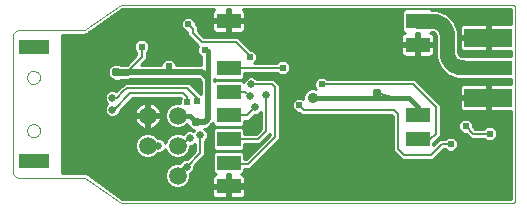
<source format=gbl>
G75*
%MOIN*%
%OFA0B0*%
%FSLAX24Y24*%
%IPPOS*%
%LPD*%
%AMOC8*
5,1,8,0,0,1.08239X$1,22.5*
%
%ADD10C,0.0000*%
%ADD11R,0.1600X0.0600*%
%ADD12R,0.1600X0.0500*%
%ADD13R,0.1000X0.0500*%
%ADD14R,0.0787X0.0512*%
%ADD15C,0.0591*%
%ADD16C,0.0100*%
%ADD17C,0.0250*%
%ADD18C,0.0240*%
%ADD19C,0.0240*%
%ADD20C,0.0080*%
%ADD21C,0.0488*%
%ADD22C,0.0160*%
%ADD23C,0.0356*%
%ADD24C,0.0310*%
%ADD25C,0.0200*%
D10*
X006315Y002474D02*
X006315Y006900D01*
X006317Y006930D01*
X006322Y006960D01*
X006331Y006989D01*
X006344Y007016D01*
X006359Y007042D01*
X006378Y007066D01*
X006399Y007087D01*
X006423Y007106D01*
X006449Y007121D01*
X006476Y007134D01*
X006505Y007143D01*
X006535Y007148D01*
X006565Y007150D01*
X008636Y007150D01*
X008779Y007195D02*
X009915Y007988D01*
X022963Y007988D01*
X022980Y007986D01*
X022997Y007982D01*
X023013Y007975D01*
X023027Y007965D01*
X023040Y007952D01*
X023050Y007938D01*
X023057Y007922D01*
X023061Y007905D01*
X023063Y007888D01*
X023063Y001486D01*
X023061Y001469D01*
X023057Y001452D01*
X023050Y001436D01*
X023040Y001422D01*
X023027Y001409D01*
X023013Y001399D01*
X022997Y001392D01*
X022980Y001388D01*
X022963Y001386D01*
X009915Y001386D01*
X008740Y002224D01*
X006565Y002224D01*
X006535Y002226D01*
X006505Y002231D01*
X006476Y002240D01*
X006449Y002253D01*
X006423Y002268D01*
X006399Y002287D01*
X006378Y002308D01*
X006359Y002332D01*
X006344Y002358D01*
X006331Y002385D01*
X006322Y002414D01*
X006317Y002444D01*
X006315Y002474D01*
X006798Y003801D02*
X006800Y003830D01*
X006806Y003858D01*
X006815Y003886D01*
X006828Y003912D01*
X006845Y003935D01*
X006864Y003957D01*
X006886Y003976D01*
X006911Y003991D01*
X006937Y004004D01*
X006965Y004012D01*
X006993Y004017D01*
X007022Y004018D01*
X007051Y004015D01*
X007079Y004008D01*
X007106Y003998D01*
X007132Y003984D01*
X007155Y003967D01*
X007176Y003947D01*
X007194Y003924D01*
X007209Y003899D01*
X007220Y003872D01*
X007228Y003844D01*
X007232Y003815D01*
X007232Y003787D01*
X007228Y003758D01*
X007220Y003730D01*
X007209Y003703D01*
X007194Y003678D01*
X007176Y003655D01*
X007155Y003635D01*
X007132Y003618D01*
X007106Y003604D01*
X007079Y003594D01*
X007051Y003587D01*
X007022Y003584D01*
X006993Y003585D01*
X006965Y003590D01*
X006937Y003598D01*
X006911Y003611D01*
X006886Y003626D01*
X006864Y003645D01*
X006845Y003667D01*
X006828Y003690D01*
X006815Y003716D01*
X006806Y003744D01*
X006800Y003772D01*
X006798Y003801D01*
X006798Y005573D02*
X006800Y005602D01*
X006806Y005630D01*
X006815Y005658D01*
X006828Y005684D01*
X006845Y005707D01*
X006864Y005729D01*
X006886Y005748D01*
X006911Y005763D01*
X006937Y005776D01*
X006965Y005784D01*
X006993Y005789D01*
X007022Y005790D01*
X007051Y005787D01*
X007079Y005780D01*
X007106Y005770D01*
X007132Y005756D01*
X007155Y005739D01*
X007176Y005719D01*
X007194Y005696D01*
X007209Y005671D01*
X007220Y005644D01*
X007228Y005616D01*
X007232Y005587D01*
X007232Y005559D01*
X007228Y005530D01*
X007220Y005502D01*
X007209Y005475D01*
X007194Y005450D01*
X007176Y005427D01*
X007155Y005407D01*
X007132Y005390D01*
X007106Y005376D01*
X007079Y005366D01*
X007051Y005359D01*
X007022Y005356D01*
X006993Y005357D01*
X006965Y005362D01*
X006937Y005370D01*
X006911Y005383D01*
X006886Y005398D01*
X006864Y005417D01*
X006845Y005439D01*
X006828Y005462D01*
X006815Y005488D01*
X006806Y005516D01*
X006800Y005544D01*
X006798Y005573D01*
X008636Y007150D02*
X008666Y007152D01*
X008696Y007157D01*
X008725Y007167D01*
X008753Y007179D01*
X008779Y007195D01*
D11*
X022165Y006900D03*
X022165Y004900D03*
D12*
X022165Y005900D03*
D13*
X007015Y006596D03*
X007015Y002778D03*
D14*
X013515Y002731D03*
X013515Y001944D03*
X013515Y003519D03*
X013515Y004306D03*
X013515Y005094D03*
X013515Y005881D03*
X013515Y007456D03*
X019814Y007456D03*
X019814Y006669D03*
X019814Y004306D03*
X019814Y003519D03*
D15*
X011815Y003300D03*
X010815Y003300D03*
X011815Y002300D03*
X011815Y004300D03*
X010815Y004300D03*
D16*
X010865Y004255D02*
X011389Y004255D01*
X011389Y004215D02*
X011454Y004059D01*
X011574Y003939D01*
X011730Y003875D01*
X011899Y003875D01*
X012056Y003939D01*
X012138Y004022D01*
X012173Y003939D01*
X012253Y003858D01*
X012358Y003815D01*
X012369Y003815D01*
X012349Y003794D01*
X012340Y003774D01*
X012265Y003805D01*
X012164Y003805D01*
X012070Y003766D01*
X011999Y003694D01*
X011995Y003686D01*
X011899Y003725D01*
X011730Y003725D01*
X011574Y003661D01*
X011454Y003541D01*
X011398Y003404D01*
X011381Y003444D01*
X011309Y003516D01*
X011215Y003555D01*
X011161Y003555D01*
X011056Y003661D01*
X010899Y003725D01*
X010730Y003725D01*
X010574Y003661D01*
X010454Y003541D01*
X010389Y003385D01*
X010389Y003215D01*
X010454Y003059D01*
X010574Y002939D01*
X010730Y002875D01*
X010899Y002875D01*
X011056Y002939D01*
X011161Y003045D01*
X011215Y003045D01*
X011309Y003084D01*
X011381Y003156D01*
X011398Y003196D01*
X011454Y003059D01*
X011574Y002939D01*
X011730Y002875D01*
X011899Y002875D01*
X012056Y002939D01*
X012175Y003059D01*
X012240Y003215D01*
X012240Y003295D01*
X012265Y003295D01*
X012359Y003334D01*
X012395Y003369D01*
X012395Y003120D01*
X012129Y002855D01*
X012064Y002855D01*
X011970Y002816D01*
X011899Y002744D01*
X011891Y002725D01*
X011730Y002725D01*
X011574Y002661D01*
X011454Y002541D01*
X011389Y002385D01*
X011389Y002215D01*
X011454Y002059D01*
X011574Y001939D01*
X011730Y001875D01*
X011899Y001875D01*
X012056Y001939D01*
X012175Y002059D01*
X012240Y002215D01*
X012240Y002376D01*
X012259Y002384D01*
X012331Y002456D01*
X012370Y002549D01*
X012370Y002615D01*
X012735Y002980D01*
X012735Y003459D01*
X012781Y003506D01*
X012820Y003599D01*
X012820Y003701D01*
X012781Y003794D01*
X012709Y003866D01*
X012700Y003870D01*
X012810Y003870D01*
X012945Y004005D01*
X012991Y004051D01*
X012991Y003997D01*
X013068Y003920D01*
X013963Y003920D01*
X014039Y003997D01*
X014039Y004136D01*
X014191Y004136D01*
X014235Y004180D01*
X014380Y004325D01*
X014445Y004325D01*
X014539Y004364D01*
X014595Y004419D01*
X014595Y003870D01*
X014413Y003689D01*
X014039Y003689D01*
X014039Y003829D01*
X013963Y003905D01*
X013068Y003905D01*
X012991Y003829D01*
X012991Y003209D01*
X013068Y003133D01*
X013963Y003133D01*
X014039Y003209D01*
X014039Y003349D01*
X014554Y003349D01*
X014835Y003630D01*
X014895Y003690D01*
X014895Y003670D01*
X014094Y002870D01*
X014039Y002870D01*
X014039Y003041D01*
X013963Y003117D01*
X013068Y003117D01*
X012991Y003041D01*
X012991Y002422D01*
X013068Y002346D01*
X013085Y002346D01*
X013064Y002340D01*
X013029Y002320D01*
X013001Y002292D01*
X012982Y002258D01*
X012971Y002220D01*
X012971Y001994D01*
X013465Y001994D01*
X013465Y001894D01*
X012971Y001894D01*
X012971Y001668D01*
X012982Y001630D01*
X013001Y001596D01*
X013029Y001568D01*
X013064Y001548D01*
X013102Y001538D01*
X013465Y001538D01*
X013465Y001894D01*
X013565Y001894D01*
X013565Y001538D01*
X013929Y001538D01*
X013967Y001548D01*
X014001Y001568D01*
X014029Y001596D01*
X014049Y001630D01*
X014059Y001668D01*
X014059Y001894D01*
X013565Y001894D01*
X013565Y001994D01*
X013565Y002346D01*
X013465Y002346D01*
X013465Y001994D01*
X013565Y001994D01*
X014059Y001994D01*
X014059Y002220D01*
X014049Y002258D01*
X014029Y002292D01*
X014001Y002320D01*
X013967Y002340D01*
X013945Y002346D01*
X013963Y002346D01*
X014039Y002422D01*
X014039Y002530D01*
X014235Y002530D01*
X014335Y002630D01*
X015135Y003430D01*
X015235Y003530D01*
X015235Y005320D01*
X015035Y005520D01*
X014455Y005520D01*
X014409Y005566D01*
X014315Y005605D01*
X014214Y005605D01*
X014120Y005566D01*
X014049Y005494D01*
X014019Y005423D01*
X013963Y005480D01*
X013068Y005480D01*
X013045Y005457D01*
X013045Y005518D01*
X013068Y005495D01*
X013963Y005495D01*
X014039Y005571D01*
X014039Y005711D01*
X015150Y005711D01*
X015173Y005688D01*
X015265Y005650D01*
X015364Y005650D01*
X015456Y005688D01*
X015527Y005758D01*
X015565Y005850D01*
X015565Y005950D01*
X015527Y006042D01*
X015456Y006112D01*
X015364Y006150D01*
X015265Y006150D01*
X015173Y006112D01*
X015112Y006051D01*
X014369Y006051D01*
X014427Y006108D01*
X014465Y006200D01*
X014465Y006300D01*
X014427Y006392D01*
X014356Y006462D01*
X014264Y006500D01*
X014255Y006500D01*
X013935Y006820D01*
X013835Y006920D01*
X012685Y006920D01*
X012485Y007120D01*
X012485Y007270D01*
X012415Y007340D01*
X012415Y007400D01*
X012377Y007492D01*
X012306Y007562D01*
X012214Y007600D01*
X012115Y007600D01*
X012023Y007562D01*
X011953Y007492D01*
X011915Y007400D01*
X011915Y007300D01*
X011953Y007208D01*
X012023Y007138D01*
X012115Y007100D01*
X012145Y007100D01*
X012145Y006980D01*
X012244Y006880D01*
X012497Y006627D01*
X012465Y006550D01*
X012465Y006450D01*
X012503Y006358D01*
X012573Y006288D01*
X012605Y006275D01*
X012605Y005980D01*
X011765Y005980D01*
X011765Y006000D01*
X011727Y006092D01*
X011656Y006162D01*
X011564Y006200D01*
X011465Y006200D01*
X011373Y006162D01*
X011303Y006092D01*
X011265Y006000D01*
X011265Y005980D01*
X010591Y005980D01*
X010785Y006173D01*
X010785Y006416D01*
X010827Y006458D01*
X010865Y006550D01*
X010865Y006650D01*
X010827Y006742D01*
X010756Y006812D01*
X010664Y006850D01*
X010565Y006850D01*
X010473Y006812D01*
X010403Y006742D01*
X010365Y006650D01*
X010365Y006550D01*
X010403Y006458D01*
X010445Y006416D01*
X010445Y006314D01*
X010131Y006000D01*
X009916Y006000D01*
X009831Y006035D01*
X009718Y006035D01*
X009613Y005992D01*
X009533Y005911D01*
X009490Y005807D01*
X009490Y005693D01*
X009533Y005589D01*
X009613Y005508D01*
X009718Y005465D01*
X009831Y005465D01*
X009916Y005500D01*
X010171Y005500D01*
X010219Y005520D01*
X012519Y005520D01*
X012585Y005455D01*
X012585Y005027D01*
X012258Y005350D01*
X012208Y005400D01*
X012208Y005400D01*
X012208Y005400D01*
X012137Y005400D01*
X010061Y005400D01*
X009962Y005300D01*
X009838Y005177D01*
X009778Y005117D01*
X009685Y005155D01*
X009584Y005155D01*
X009490Y005116D01*
X009419Y005044D01*
X009380Y004951D01*
X009380Y004849D01*
X009419Y004756D01*
X009474Y004700D01*
X009419Y004644D01*
X009380Y004551D01*
X009380Y004449D01*
X009419Y004356D01*
X009490Y004284D01*
X009584Y004245D01*
X009685Y004245D01*
X009779Y004284D01*
X009851Y004356D01*
X009890Y004449D01*
X009890Y004454D01*
X010319Y004900D01*
X011921Y004900D01*
X011925Y004896D01*
X011891Y004813D01*
X011891Y004725D01*
X011730Y004725D01*
X011574Y004661D01*
X011454Y004541D01*
X011389Y004385D01*
X011389Y004215D01*
X011414Y004157D02*
X011236Y004157D01*
X011227Y004129D02*
X011249Y004196D01*
X011258Y004250D01*
X010865Y004250D01*
X010865Y004350D01*
X011258Y004350D01*
X011249Y004404D01*
X011227Y004471D01*
X011196Y004533D01*
X011154Y004590D01*
X011105Y004640D01*
X011048Y004681D01*
X010986Y004713D01*
X010919Y004734D01*
X010865Y004743D01*
X010865Y004350D01*
X010765Y004350D01*
X010765Y004743D01*
X010710Y004734D01*
X010644Y004713D01*
X010581Y004681D01*
X010525Y004640D01*
X010475Y004590D01*
X010434Y004533D01*
X010402Y004471D01*
X010380Y004404D01*
X010372Y004350D01*
X010765Y004350D01*
X010765Y004250D01*
X010865Y004250D01*
X010865Y003857D01*
X010919Y003866D01*
X010986Y003887D01*
X011048Y003919D01*
X011105Y003960D01*
X011154Y004010D01*
X011196Y004067D01*
X011227Y004129D01*
X011189Y004058D02*
X011455Y004058D01*
X011554Y003960D02*
X011104Y003960D01*
X010889Y003861D02*
X012251Y003861D01*
X012164Y003960D02*
X012076Y003960D01*
X012067Y003763D02*
X007965Y003763D01*
X007965Y003861D02*
X010740Y003861D01*
X010765Y003861D02*
X010865Y003861D01*
X010865Y003960D02*
X010765Y003960D01*
X010765Y004058D02*
X010865Y004058D01*
X010865Y004157D02*
X010765Y004157D01*
X010765Y004250D02*
X010765Y003857D01*
X010710Y003866D01*
X010644Y003887D01*
X010581Y003919D01*
X010525Y003960D01*
X010475Y004010D01*
X010434Y004067D01*
X010402Y004129D01*
X010380Y004196D01*
X010372Y004250D01*
X010765Y004250D01*
X010765Y004255D02*
X009710Y004255D01*
X009560Y004255D02*
X007965Y004255D01*
X007965Y004157D02*
X010393Y004157D01*
X010440Y004058D02*
X007965Y004058D01*
X007965Y003960D02*
X010526Y003960D01*
X010582Y003664D02*
X007965Y003664D01*
X007965Y003566D02*
X010479Y003566D01*
X010424Y003467D02*
X007965Y003467D01*
X007965Y003369D02*
X010389Y003369D01*
X010389Y003270D02*
X007965Y003270D01*
X007965Y003172D02*
X010408Y003172D01*
X010448Y003073D02*
X007965Y003073D01*
X007965Y002975D02*
X010539Y002975D01*
X010727Y002876D02*
X007965Y002876D01*
X007965Y002778D02*
X011932Y002778D01*
X011902Y002876D02*
X012150Y002876D01*
X012091Y002975D02*
X012249Y002975D01*
X012181Y003073D02*
X012347Y003073D01*
X012395Y003172D02*
X012222Y003172D01*
X012240Y003270D02*
X012395Y003270D01*
X012394Y003369D02*
X012395Y003369D01*
X012735Y003369D02*
X012991Y003369D01*
X012991Y003467D02*
X012742Y003467D01*
X012806Y003566D02*
X012991Y003566D01*
X012991Y003664D02*
X012820Y003664D01*
X012794Y003763D02*
X012991Y003763D01*
X013024Y003861D02*
X012714Y003861D01*
X012900Y003960D02*
X013028Y003960D01*
X014002Y003960D02*
X014595Y003960D01*
X014595Y004058D02*
X014039Y004058D01*
X014212Y004157D02*
X014595Y004157D01*
X014595Y004255D02*
X014310Y004255D01*
X014514Y004354D02*
X014595Y004354D01*
X015235Y004354D02*
X015921Y004354D01*
X015944Y004330D02*
X018944Y004330D01*
X018995Y004280D01*
X018995Y003130D01*
X019094Y003030D01*
X019094Y003030D01*
X019195Y002930D01*
X019195Y002930D01*
X019294Y002830D01*
X020335Y002830D01*
X020585Y003080D01*
X020685Y003180D01*
X020731Y003180D01*
X020773Y003138D01*
X020865Y003100D01*
X020964Y003100D01*
X021056Y003138D01*
X021127Y003208D01*
X021165Y003300D01*
X021165Y003400D01*
X021127Y003492D01*
X021056Y003562D01*
X020964Y003600D01*
X020865Y003600D01*
X020773Y003562D01*
X020731Y003520D01*
X020544Y003520D01*
X020445Y003420D01*
X020345Y003320D01*
X020338Y003314D01*
X020338Y003383D01*
X020485Y003530D01*
X020585Y003630D01*
X020585Y004670D01*
X019885Y005370D01*
X019835Y005420D01*
X019735Y005520D01*
X016798Y005520D01*
X016756Y005562D01*
X016664Y005600D01*
X016565Y005600D01*
X016473Y005562D01*
X016403Y005492D01*
X016365Y005400D01*
X016365Y005300D01*
X016403Y005208D01*
X016422Y005189D01*
X016376Y005208D01*
X016253Y005208D01*
X016140Y005161D01*
X016054Y005075D01*
X016007Y004961D01*
X016007Y004862D01*
X016006Y004862D01*
X015914Y004900D01*
X015815Y004900D01*
X015723Y004862D01*
X015653Y004792D01*
X015615Y004700D01*
X015615Y004600D01*
X015653Y004508D01*
X015723Y004438D01*
X015815Y004400D01*
X015874Y004400D01*
X015944Y004330D01*
X015709Y004452D02*
X015235Y004452D01*
X015235Y004551D02*
X015635Y004551D01*
X015615Y004649D02*
X015235Y004649D01*
X015235Y004748D02*
X015635Y004748D01*
X015707Y004846D02*
X015235Y004846D01*
X015235Y004945D02*
X016007Y004945D01*
X016041Y005043D02*
X015235Y005043D01*
X015235Y005142D02*
X016121Y005142D01*
X016390Y005240D02*
X015235Y005240D01*
X015217Y005339D02*
X016365Y005339D01*
X016380Y005437D02*
X015118Y005437D01*
X014440Y005536D02*
X016447Y005536D01*
X016783Y005536D02*
X021295Y005536D01*
X021311Y005520D01*
X022913Y005520D01*
X022913Y005350D01*
X022215Y005350D01*
X022215Y004950D01*
X022115Y004950D01*
X022115Y005350D01*
X021345Y005350D01*
X021307Y005340D01*
X021273Y005320D01*
X021245Y005292D01*
X021225Y005258D01*
X021215Y005220D01*
X021215Y004950D01*
X022115Y004950D01*
X022115Y004850D01*
X022215Y004850D01*
X022215Y004450D01*
X022913Y004450D01*
X022913Y001536D01*
X009963Y001536D01*
X008838Y002339D01*
X008803Y002374D01*
X008788Y002374D01*
X008777Y002382D01*
X008728Y002374D01*
X007965Y002374D01*
X007965Y007000D01*
X008698Y007000D01*
X008699Y007000D01*
X008814Y007037D01*
X008814Y007036D01*
X008844Y007057D01*
X008865Y007072D01*
X008916Y007108D01*
X009962Y007838D01*
X013040Y007838D01*
X013029Y007832D01*
X013001Y007804D01*
X012982Y007770D01*
X012971Y007732D01*
X012971Y007506D01*
X013465Y007506D01*
X013465Y007406D01*
X012971Y007406D01*
X012971Y007180D01*
X012982Y007142D01*
X013001Y007108D01*
X013029Y007080D01*
X013064Y007060D01*
X013102Y007050D01*
X013465Y007050D01*
X013465Y007406D01*
X013565Y007406D01*
X013565Y007050D01*
X013929Y007050D01*
X013967Y007060D01*
X014001Y007080D01*
X014029Y007108D01*
X014049Y007142D01*
X014059Y007180D01*
X014059Y007406D01*
X013565Y007406D01*
X013565Y007506D01*
X013465Y007506D01*
X013465Y007838D01*
X013565Y007838D01*
X013565Y007506D01*
X014059Y007506D01*
X014059Y007732D01*
X014049Y007770D01*
X014029Y007804D01*
X014001Y007832D01*
X013990Y007838D01*
X019363Y007838D01*
X019291Y007766D01*
X019291Y007146D01*
X019367Y007070D01*
X019384Y007070D01*
X019363Y007064D01*
X019329Y007044D01*
X019301Y007017D01*
X019281Y006982D01*
X019271Y006944D01*
X019271Y006719D01*
X019764Y006719D01*
X019764Y007070D01*
X019864Y007070D01*
X019864Y006719D01*
X019764Y006719D01*
X019764Y006619D01*
X014136Y006619D01*
X014038Y006718D02*
X019764Y006718D01*
X019764Y006816D02*
X019864Y006816D01*
X019864Y006719D02*
X020358Y006719D01*
X020358Y006944D01*
X020348Y006982D01*
X020328Y007017D01*
X020300Y007044D01*
X020266Y007064D01*
X020244Y007070D01*
X020262Y007070D01*
X020274Y007082D01*
X020295Y007082D01*
X020319Y007079D01*
X020365Y007061D01*
X020399Y007026D01*
X020418Y006980D01*
X020421Y006956D01*
X020421Y006236D01*
X020554Y005915D01*
X020554Y005915D01*
X020800Y005669D01*
X021121Y005536D01*
X021295Y005536D01*
X020884Y005634D02*
X014039Y005634D01*
X014003Y005536D02*
X014090Y005536D01*
X014025Y005437D02*
X014005Y005437D01*
X012585Y005437D02*
X007965Y005437D01*
X007965Y005339D02*
X010000Y005339D01*
X009901Y005240D02*
X007965Y005240D01*
X007965Y005142D02*
X009551Y005142D01*
X009418Y005043D02*
X007965Y005043D01*
X007965Y004945D02*
X009380Y004945D01*
X009381Y004846D02*
X007965Y004846D01*
X007965Y004748D02*
X009427Y004748D01*
X009423Y004649D02*
X007965Y004649D01*
X007965Y004551D02*
X009380Y004551D01*
X009380Y004452D02*
X007965Y004452D01*
X007965Y004354D02*
X009421Y004354D01*
X009849Y004354D02*
X010372Y004354D01*
X010396Y004452D02*
X009890Y004452D01*
X009983Y004551D02*
X010446Y004551D01*
X010538Y004649D02*
X010077Y004649D01*
X010172Y004748D02*
X011891Y004748D01*
X011904Y004846D02*
X010267Y004846D01*
X010765Y004649D02*
X010865Y004649D01*
X010865Y004551D02*
X010765Y004551D01*
X010765Y004452D02*
X010865Y004452D01*
X010865Y004354D02*
X010765Y004354D01*
X011183Y004551D02*
X011464Y004551D01*
X011417Y004452D02*
X011234Y004452D01*
X011257Y004354D02*
X011389Y004354D01*
X011562Y004649D02*
X011092Y004649D01*
X012270Y005339D02*
X012585Y005339D01*
X012585Y005240D02*
X012369Y005240D01*
X012469Y005142D02*
X012585Y005142D01*
X012585Y005043D02*
X012568Y005043D01*
X012605Y006028D02*
X011753Y006028D01*
X011692Y006127D02*
X012605Y006127D01*
X012605Y006225D02*
X010785Y006225D01*
X010785Y006324D02*
X012538Y006324D01*
X012476Y006422D02*
X010790Y006422D01*
X010852Y006521D02*
X012465Y006521D01*
X012493Y006619D02*
X010865Y006619D01*
X010837Y006718D02*
X012407Y006718D01*
X012308Y006816D02*
X010747Y006816D01*
X010483Y006816D02*
X007965Y006816D01*
X007965Y006718D02*
X010393Y006718D01*
X010365Y006619D02*
X007965Y006619D01*
X007965Y006521D02*
X010377Y006521D01*
X010439Y006422D02*
X007965Y006422D01*
X007965Y006324D02*
X010445Y006324D01*
X010356Y006225D02*
X007965Y006225D01*
X007965Y006127D02*
X010257Y006127D01*
X010159Y006028D02*
X009848Y006028D01*
X009701Y006028D02*
X007965Y006028D01*
X007965Y005930D02*
X009551Y005930D01*
X009500Y005831D02*
X007965Y005831D01*
X007965Y005733D02*
X009490Y005733D01*
X009514Y005634D02*
X007965Y005634D01*
X007965Y005536D02*
X009586Y005536D01*
X009718Y005142D02*
X009803Y005142D01*
X009635Y004900D02*
X009665Y004880D01*
X010639Y006028D02*
X011276Y006028D01*
X011338Y006127D02*
X010738Y006127D01*
X012145Y007013D02*
X008739Y007013D01*
X008916Y007108D02*
X008916Y007108D01*
X008922Y007112D02*
X012087Y007112D01*
X011952Y007210D02*
X009063Y007210D01*
X009204Y007309D02*
X011915Y007309D01*
X011918Y007407D02*
X009345Y007407D01*
X009486Y007506D02*
X011967Y007506D01*
X012363Y007506D02*
X013465Y007506D01*
X013465Y007604D02*
X013565Y007604D01*
X013565Y007506D02*
X019291Y007506D01*
X019291Y007604D02*
X014059Y007604D01*
X014059Y007703D02*
X019291Y007703D01*
X019326Y007801D02*
X014031Y007801D01*
X013565Y007801D02*
X013465Y007801D01*
X013465Y007703D02*
X013565Y007703D01*
X013565Y007407D02*
X019291Y007407D01*
X019291Y007309D02*
X014059Y007309D01*
X014059Y007210D02*
X019291Y007210D01*
X019325Y007112D02*
X014031Y007112D01*
X013841Y006915D02*
X019271Y006915D01*
X019271Y006816D02*
X013939Y006816D01*
X013565Y007112D02*
X013465Y007112D01*
X013465Y007210D02*
X013565Y007210D01*
X013565Y007309D02*
X013465Y007309D01*
X013465Y007407D02*
X012412Y007407D01*
X012447Y007309D02*
X012971Y007309D01*
X012971Y007210D02*
X012485Y007210D01*
X012494Y007112D02*
X012999Y007112D01*
X012592Y007013D02*
X019299Y007013D01*
X019764Y007013D02*
X019864Y007013D01*
X019864Y006915D02*
X019764Y006915D01*
X019864Y006719D02*
X019864Y006619D01*
X020421Y006619D01*
X020358Y006619D02*
X019864Y006619D01*
X019864Y006618D02*
X019864Y006263D01*
X020228Y006263D01*
X020266Y006273D01*
X020300Y006293D01*
X020328Y006320D01*
X020348Y006355D01*
X020358Y006393D01*
X020358Y006619D01*
X020358Y006521D02*
X020421Y006521D01*
X020421Y006422D02*
X020358Y006422D01*
X020330Y006324D02*
X020421Y006324D01*
X020425Y006225D02*
X014465Y006225D01*
X014455Y006324D02*
X019299Y006324D01*
X019301Y006320D02*
X019329Y006293D01*
X019363Y006273D01*
X019401Y006263D01*
X019764Y006263D01*
X019764Y006618D01*
X019864Y006618D01*
X019864Y006521D02*
X019764Y006521D01*
X019764Y006619D02*
X019271Y006619D01*
X019271Y006393D01*
X019281Y006355D01*
X019301Y006320D01*
X019271Y006422D02*
X014396Y006422D01*
X014235Y006521D02*
X019271Y006521D01*
X019764Y006422D02*
X019864Y006422D01*
X019864Y006324D02*
X019764Y006324D01*
X019864Y006718D02*
X020421Y006718D01*
X020421Y006816D02*
X020358Y006816D01*
X020358Y006915D02*
X020421Y006915D01*
X020405Y007013D02*
X020330Y007013D01*
X021095Y007309D02*
X021261Y007309D01*
X021273Y007320D02*
X021245Y007292D01*
X021225Y007258D01*
X021215Y007220D01*
X021215Y006950D01*
X022115Y006950D01*
X022115Y007350D01*
X021345Y007350D01*
X021307Y007340D01*
X021273Y007320D01*
X021215Y007210D02*
X021136Y007210D01*
X021169Y007130D02*
X021036Y007451D01*
X020790Y007697D01*
X020469Y007830D01*
X020274Y007830D01*
X020266Y007838D01*
X022913Y007838D01*
X022913Y007350D01*
X022215Y007350D01*
X022215Y006950D01*
X022115Y006950D01*
X022115Y006850D01*
X022215Y006850D01*
X022215Y006450D01*
X022913Y006450D01*
X022913Y006280D01*
X021379Y006280D01*
X021369Y006284D01*
X021295Y006284D01*
X021270Y006287D01*
X021225Y006305D01*
X021190Y006340D01*
X021171Y006385D01*
X021169Y006410D01*
X021169Y007030D01*
X021169Y007130D01*
X021169Y007130D01*
X021169Y007112D02*
X021215Y007112D01*
X021215Y007013D02*
X021169Y007013D01*
X021169Y006915D02*
X022115Y006915D01*
X022115Y006850D02*
X021215Y006850D01*
X021215Y006580D01*
X021225Y006542D01*
X021245Y006508D01*
X021273Y006480D01*
X021307Y006460D01*
X021345Y006450D01*
X022115Y006450D01*
X022115Y006850D01*
X022115Y006816D02*
X022215Y006816D01*
X022215Y006718D02*
X022115Y006718D01*
X022115Y006619D02*
X022215Y006619D01*
X022215Y006521D02*
X022115Y006521D01*
X022913Y006422D02*
X021169Y006422D01*
X021169Y006521D02*
X021237Y006521D01*
X021215Y006619D02*
X021169Y006619D01*
X021169Y006718D02*
X021215Y006718D01*
X021215Y006816D02*
X021169Y006816D01*
X022115Y007013D02*
X022215Y007013D01*
X022215Y007112D02*
X022115Y007112D01*
X022115Y007210D02*
X022215Y007210D01*
X022215Y007309D02*
X022115Y007309D01*
X022913Y007407D02*
X021054Y007407D01*
X021036Y007451D02*
X021036Y007451D01*
X020981Y007506D02*
X022913Y007506D01*
X022913Y007604D02*
X020883Y007604D01*
X020790Y007697D02*
X020790Y007697D01*
X020776Y007703D02*
X022913Y007703D01*
X022913Y007801D02*
X020539Y007801D01*
X021207Y006324D02*
X022913Y006324D01*
X022913Y005437D02*
X019818Y005437D01*
X019917Y005339D02*
X021305Y005339D01*
X021220Y005240D02*
X020015Y005240D01*
X020114Y005142D02*
X021215Y005142D01*
X021215Y005043D02*
X020212Y005043D01*
X020311Y004945D02*
X022115Y004945D01*
X022115Y004850D02*
X021215Y004850D01*
X021215Y004580D01*
X021225Y004542D01*
X021245Y004508D01*
X021273Y004480D01*
X021307Y004460D01*
X021345Y004450D01*
X022115Y004450D01*
X022115Y004850D01*
X022115Y004846D02*
X022215Y004846D01*
X022215Y004748D02*
X022115Y004748D01*
X022115Y004649D02*
X022215Y004649D01*
X022215Y004551D02*
X022115Y004551D01*
X022115Y004452D02*
X022215Y004452D01*
X022913Y004354D02*
X020585Y004354D01*
X020585Y004452D02*
X021338Y004452D01*
X021223Y004551D02*
X020585Y004551D01*
X020585Y004649D02*
X021215Y004649D01*
X021215Y004748D02*
X020508Y004748D01*
X020409Y004846D02*
X021215Y004846D01*
X022115Y005043D02*
X022215Y005043D01*
X022215Y005142D02*
X022115Y005142D01*
X022115Y005240D02*
X022215Y005240D01*
X022215Y005339D02*
X022115Y005339D01*
X020800Y005669D02*
X020800Y005669D01*
X020736Y005733D02*
X015501Y005733D01*
X015557Y005831D02*
X020638Y005831D01*
X020548Y005930D02*
X015565Y005930D01*
X015532Y006028D02*
X020507Y006028D01*
X020466Y006127D02*
X015421Y006127D01*
X015208Y006127D02*
X014434Y006127D01*
X012210Y006915D02*
X007965Y006915D01*
X009627Y007604D02*
X012971Y007604D01*
X012971Y007703D02*
X009768Y007703D01*
X009909Y007801D02*
X013000Y007801D01*
X015235Y004255D02*
X018995Y004255D01*
X018995Y004157D02*
X015235Y004157D01*
X015235Y004058D02*
X018995Y004058D01*
X018995Y003960D02*
X015235Y003960D01*
X015235Y003861D02*
X018995Y003861D01*
X018995Y003763D02*
X015235Y003763D01*
X015235Y003664D02*
X018995Y003664D01*
X018995Y003566D02*
X015235Y003566D01*
X015172Y003467D02*
X018995Y003467D01*
X018995Y003369D02*
X015074Y003369D01*
X014975Y003270D02*
X018995Y003270D01*
X018995Y003172D02*
X014877Y003172D01*
X014778Y003073D02*
X019051Y003073D01*
X019150Y002975D02*
X014680Y002975D01*
X014581Y002876D02*
X019248Y002876D01*
X020381Y002876D02*
X022913Y002876D01*
X022913Y002778D02*
X014483Y002778D01*
X014384Y002679D02*
X022913Y002679D01*
X022913Y002581D02*
X014286Y002581D01*
X014039Y002482D02*
X022913Y002482D01*
X022913Y002384D02*
X014001Y002384D01*
X014033Y002285D02*
X022913Y002285D01*
X022913Y002187D02*
X014059Y002187D01*
X014059Y002088D02*
X022913Y002088D01*
X022913Y001990D02*
X013565Y001990D01*
X013565Y002088D02*
X013465Y002088D01*
X013465Y001990D02*
X012106Y001990D01*
X012187Y002088D02*
X012971Y002088D01*
X012971Y002187D02*
X012228Y002187D01*
X012240Y002285D02*
X012997Y002285D01*
X013030Y002384D02*
X012258Y002384D01*
X012342Y002482D02*
X012991Y002482D01*
X012991Y002581D02*
X012370Y002581D01*
X012434Y002679D02*
X012991Y002679D01*
X012991Y002778D02*
X012533Y002778D01*
X012631Y002876D02*
X012991Y002876D01*
X012991Y002975D02*
X012730Y002975D01*
X012735Y003073D02*
X013023Y003073D01*
X013029Y003172D02*
X012735Y003172D01*
X012735Y003270D02*
X012991Y003270D01*
X014001Y003172D02*
X014396Y003172D01*
X014494Y003270D02*
X014039Y003270D01*
X014007Y003073D02*
X014297Y003073D01*
X014199Y002975D02*
X014039Y002975D01*
X014039Y002876D02*
X014100Y002876D01*
X014574Y003369D02*
X014593Y003369D01*
X014672Y003467D02*
X014691Y003467D01*
X014771Y003566D02*
X014790Y003566D01*
X014869Y003664D02*
X014888Y003664D01*
X014487Y003763D02*
X014039Y003763D01*
X014007Y003861D02*
X014585Y003861D01*
X011582Y003664D02*
X011047Y003664D01*
X011151Y003566D02*
X011479Y003566D01*
X011424Y003467D02*
X011358Y003467D01*
X011388Y003172D02*
X011408Y003172D01*
X011448Y003073D02*
X011283Y003073D01*
X011091Y002975D02*
X011539Y002975D01*
X011727Y002876D02*
X010902Y002876D01*
X011494Y002581D02*
X007965Y002581D01*
X007965Y002679D02*
X011618Y002679D01*
X011430Y002482D02*
X007965Y002482D01*
X007965Y002384D02*
X011389Y002384D01*
X011389Y002285D02*
X008913Y002285D01*
X009051Y002187D02*
X011401Y002187D01*
X011442Y002088D02*
X009189Y002088D01*
X009327Y001990D02*
X011524Y001990D01*
X011691Y001891D02*
X009465Y001891D01*
X009603Y001793D02*
X012971Y001793D01*
X012971Y001891D02*
X011939Y001891D01*
X012971Y001694D02*
X009741Y001694D01*
X009879Y001596D02*
X013002Y001596D01*
X013465Y001596D02*
X013565Y001596D01*
X013565Y001694D02*
X013465Y001694D01*
X013465Y001793D02*
X013565Y001793D01*
X013565Y001891D02*
X013465Y001891D01*
X014059Y001891D02*
X022913Y001891D01*
X022913Y001793D02*
X014059Y001793D01*
X014059Y001694D02*
X022913Y001694D01*
X022913Y001596D02*
X014028Y001596D01*
X013565Y002187D02*
X013465Y002187D01*
X013465Y002285D02*
X013565Y002285D01*
X020338Y003369D02*
X020393Y003369D01*
X020422Y003467D02*
X020491Y003467D01*
X020521Y003566D02*
X020782Y003566D01*
X020585Y003664D02*
X021460Y003664D01*
X021424Y003700D02*
X021365Y003700D01*
X021273Y003738D01*
X021203Y003808D01*
X021165Y003900D01*
X021165Y004000D01*
X021203Y004092D01*
X021273Y004162D01*
X021365Y004200D01*
X021464Y004200D01*
X021556Y004162D01*
X021627Y004092D01*
X021665Y004000D01*
X021665Y003940D01*
X021735Y003870D01*
X022031Y003870D01*
X022073Y003912D01*
X022165Y003950D01*
X022264Y003950D01*
X022356Y003912D01*
X022427Y003842D01*
X022465Y003750D01*
X022465Y003650D01*
X022427Y003558D01*
X022356Y003488D01*
X022264Y003450D01*
X022165Y003450D01*
X022073Y003488D01*
X022031Y003530D01*
X021594Y003530D01*
X021424Y003700D01*
X021249Y003763D02*
X020585Y003763D01*
X020585Y003861D02*
X021181Y003861D01*
X021165Y003960D02*
X020585Y003960D01*
X020585Y004058D02*
X021189Y004058D01*
X021268Y004157D02*
X020585Y004157D01*
X020585Y004255D02*
X022913Y004255D01*
X022913Y004157D02*
X021562Y004157D01*
X021641Y004058D02*
X022913Y004058D01*
X022913Y003960D02*
X021665Y003960D01*
X022407Y003861D02*
X022913Y003861D01*
X022913Y003763D02*
X022459Y003763D01*
X022465Y003664D02*
X022913Y003664D01*
X022913Y003566D02*
X022430Y003566D01*
X022306Y003467D02*
X022913Y003467D01*
X022913Y003369D02*
X021165Y003369D01*
X021152Y003270D02*
X022913Y003270D01*
X022913Y003172D02*
X021090Y003172D01*
X020740Y003172D02*
X020677Y003172D01*
X020578Y003073D02*
X022913Y003073D01*
X022913Y002975D02*
X020480Y002975D01*
X021048Y003566D02*
X021559Y003566D01*
X021137Y003467D02*
X022124Y003467D01*
D17*
X014765Y005000D03*
X014215Y004950D03*
X014265Y005350D03*
X014395Y004580D03*
X012565Y003650D03*
X012215Y003550D03*
X011165Y003300D03*
X012115Y002600D03*
X009635Y004500D03*
X009115Y004700D03*
X009635Y004900D03*
X009315Y005550D03*
X008815Y005550D03*
X009315Y006050D03*
X009315Y006550D03*
X009315Y007050D03*
X011415Y007190D03*
D18*
X010121Y005750D02*
X009775Y005750D01*
X013271Y001944D02*
X014159Y001944D01*
X013515Y001944D02*
X013271Y001944D01*
D19*
X012815Y001700D03*
X012315Y001700D03*
X011065Y001700D03*
X010565Y001700D03*
X010065Y001700D03*
X014565Y001700D03*
X015065Y001700D03*
X015565Y001700D03*
X016065Y001700D03*
X016565Y001700D03*
X017065Y001700D03*
X017565Y001700D03*
X018065Y001700D03*
X018565Y001700D03*
X019065Y001700D03*
X019565Y001700D03*
X020915Y003350D03*
X021415Y003950D03*
X021265Y004350D03*
X021765Y004350D03*
X022265Y004350D03*
X022765Y004350D03*
X022215Y003700D03*
X020715Y004400D03*
X020715Y004900D03*
X021115Y004900D03*
X021115Y005400D03*
X020715Y005450D03*
X020465Y005750D03*
X020315Y006050D03*
X019015Y006700D03*
X018515Y006700D03*
X018515Y007150D03*
X019015Y007150D03*
X019015Y007650D03*
X018515Y007650D03*
X018015Y007650D03*
X017515Y007650D03*
X017015Y007650D03*
X016515Y007650D03*
X016015Y007650D03*
X015515Y007650D03*
X015015Y007650D03*
X014515Y007650D03*
X012165Y007350D03*
X010615Y006600D03*
X011515Y005950D03*
X012715Y006500D03*
X014215Y006250D03*
X015315Y005900D03*
X016615Y005350D03*
X015865Y004650D03*
X015565Y004300D03*
X015265Y003300D03*
X012475Y004784D03*
X012141Y004764D03*
X021285Y007460D03*
X021785Y007460D03*
X022285Y007460D03*
X022785Y007460D03*
X022785Y007760D03*
X022285Y007760D03*
X021785Y007760D03*
X021285Y007760D03*
D20*
X020665Y007850D02*
X019165Y007850D01*
X019115Y007850D01*
X019098Y007848D01*
X019081Y007844D01*
X019065Y007837D01*
X019051Y007827D01*
X019038Y007814D01*
X019028Y007800D01*
X019021Y007784D01*
X019017Y007767D01*
X019015Y007750D01*
X019015Y007650D01*
X021295Y005910D02*
X021296Y005905D01*
X021300Y005901D01*
X021305Y005900D01*
X022165Y005900D01*
X020415Y004600D02*
X019715Y005300D01*
X019665Y005350D01*
X016615Y005350D01*
X015865Y004650D02*
X016015Y004500D01*
X019015Y004500D01*
X019165Y004350D01*
X019165Y003200D01*
X019365Y003000D01*
X020265Y003000D01*
X020515Y003250D01*
X020615Y003350D01*
X020915Y003350D01*
X020415Y003700D02*
X020415Y004600D01*
X019864Y004500D02*
X019814Y004500D01*
X019864Y004500D02*
X019865Y004450D01*
X019065Y004900D02*
X018465Y005050D01*
X020234Y003519D02*
X020415Y003700D01*
X020234Y003519D02*
X019814Y003519D01*
X021415Y003950D02*
X021665Y003700D01*
X022215Y003700D01*
X015315Y005900D02*
X015296Y005881D01*
X013515Y005881D01*
X014215Y006250D02*
X014215Y006300D01*
X014115Y006400D01*
X013765Y006750D01*
X012615Y006750D01*
X012315Y007050D01*
X012315Y007200D01*
X012165Y007350D01*
X010615Y006600D02*
X010615Y006244D01*
X010121Y005750D01*
X010132Y005230D02*
X011965Y005230D01*
X012138Y005230D01*
X012471Y004900D01*
X012475Y004784D01*
X012141Y004764D02*
X012141Y004921D01*
X011992Y005070D01*
X011965Y005070D01*
X010248Y005070D01*
X010221Y005043D01*
X009698Y004500D01*
X009635Y004500D01*
X009665Y004880D02*
X009782Y004880D01*
X010008Y005107D01*
X010132Y005230D01*
X011515Y005800D02*
X011565Y005750D01*
X011515Y005800D02*
X011515Y005950D01*
X013515Y005094D02*
X014071Y005094D01*
X014215Y004950D01*
X014765Y005000D02*
X014765Y003800D01*
X014484Y003519D01*
X013515Y003519D01*
X012565Y003650D02*
X012565Y003050D01*
X012115Y002600D01*
X011815Y002500D01*
X011815Y002300D01*
X013515Y002731D02*
X013547Y002700D01*
X014165Y002700D01*
X015065Y003600D01*
X015065Y005250D01*
X014965Y005350D01*
X014265Y005350D01*
X014395Y004580D02*
X014165Y004350D01*
X014121Y004306D01*
X013515Y004306D01*
X012215Y003550D02*
X011815Y003300D01*
X011165Y003300D02*
X010815Y003300D01*
D21*
X019814Y007456D02*
X020295Y007456D01*
X020339Y007454D01*
X020382Y007448D01*
X020424Y007439D01*
X020466Y007426D01*
X020506Y007409D01*
X020545Y007389D01*
X020582Y007366D01*
X020616Y007339D01*
X020649Y007310D01*
X020678Y007277D01*
X020705Y007243D01*
X020728Y007206D01*
X020748Y007167D01*
X020765Y007127D01*
X020778Y007085D01*
X020787Y007043D01*
X020793Y007000D01*
X020795Y006956D01*
X020795Y006410D01*
X020797Y006366D01*
X020803Y006323D01*
X020812Y006281D01*
X020825Y006239D01*
X020842Y006199D01*
X020862Y006160D01*
X020885Y006123D01*
X020912Y006089D01*
X020941Y006056D01*
X020974Y006027D01*
X021008Y006000D01*
X021045Y005977D01*
X021084Y005957D01*
X021124Y005940D01*
X021166Y005927D01*
X021208Y005918D01*
X021251Y005912D01*
X021295Y005910D01*
D22*
X019814Y004600D02*
X019515Y004900D01*
X019065Y004900D01*
X016315Y004900D01*
X019814Y004600D02*
X019814Y004500D01*
X019814Y004306D01*
X012815Y005550D02*
X012815Y006450D01*
X012765Y006500D01*
X012715Y006500D01*
X012215Y004300D02*
X011815Y004300D01*
X012215Y004300D02*
X012415Y004100D01*
D23*
X016315Y004900D03*
D24*
X018465Y005050D03*
X012415Y004100D03*
X009775Y005750D03*
D25*
X010121Y005750D02*
X011565Y005750D01*
X012615Y005750D01*
X012815Y005550D01*
X012815Y004300D01*
X012815Y004200D01*
X012715Y004100D01*
X012415Y004100D01*
M02*

</source>
